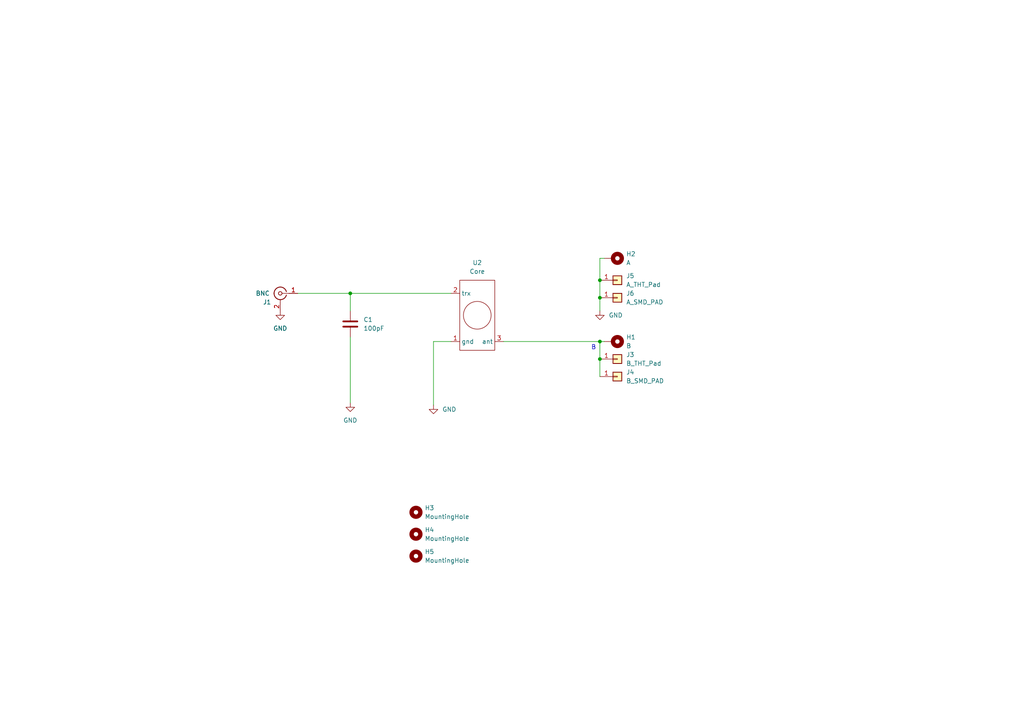
<source format=kicad_sch>
(kicad_sch (version 20211123) (generator eeschema)
  (paper "A4")
  (lib_symbols
    (symbol "Connector:Conn_Coaxial" (pin_names (offset 1.016) hide)
      (property "Reference" "J" (at 0.254 3.048 0))
      (property "Value" "Conn_Coaxial" (at 2.921 0 90))
      (symbol "Conn_Coaxial_0_1"
        (arc (start -1.778 -0.508) (mid 0.222 -1.808) (end 1.778 0) (stroke (width 0.254)))
        (polyline (pts (xy -2.54 0) (xy -0.508 0)))
        (polyline (pts (xy 0 -2.54) (xy 0 -1.778)))
        (circle (center 0 0) (radius 0.508) (stroke (width 0.2032)))
        (arc (start 1.778 0) (mid 0.222 1.8083) (end -1.778 0.508) (stroke (width 0.254)))
      )
      (symbol "Conn_Coaxial_1_1"
        (pin passive line (at -5.08 0 0) (length 2.54) (name "In") (number "1"))
        (pin passive line (at 0 -5.08 90) (length 2.54) (name "Ext") (number "2"))
      )
    )
    (symbol "Connector_Generic:Conn_01x01" (pin_names (offset 1.016) hide)
      (property "Reference" "J" (at 0 2.54 0))
      (property "Value" "Conn_01x01" (at 0 -2.54 0))
      (symbol "Conn_01x01_1_1"
        (rectangle (start -1.27 0.127) (end 0 -0.127) (stroke (width 0.1524)))
        (rectangle (start -1.27 1.27) (end 1.27 -1.27) (stroke (width 0.254)) (fill (type background)))
        (pin passive line (at -5.08 0 0) (length 3.81) (name "Pin_1") (number "1"))
      )
    )
    (symbol "Device:C" (pin_numbers hide) (pin_names (offset 0.254))
      (property "Reference" "C" (at 0.635 2.54 0))
      (property "Value" "C" (at 0.635 -2.54 0))
      (symbol "C_0_1"
        (polyline (pts (xy -2.032 -0.762) (xy 2.032 -0.762)) (stroke (width 0.508)))
        (polyline (pts (xy -2.032 0.762) (xy 2.032 0.762)) (stroke (width 0.508)))
      )
      (symbol "C_1_1"
        (pin passive line (at 0 3.81 270) (length 2.794) (name "~") (number "1"))
        (pin passive line (at 0 -3.81 90) (length 2.794) (name "~") (number "2"))
      )
    )
    (symbol "Mechanical:MountingHole" (pin_names (offset 1.016))
      (property "Reference" "H" (at 0 5.08 0))
      (property "Value" "MountingHole" (at 0 3.175 0))
      (symbol "MountingHole_0_1"
        (circle (center 0 0) (radius 1.27) (stroke (width 1.27)))
      )
    )
    (symbol "Mechanical:MountingHole_Pad" (pin_numbers hide) (pin_names (offset 1.016) hide)
      (property "Reference" "H" (at 0 6.35 0))
      (property "Value" "MountingHole_Pad" (at 0 4.445 0))
      (symbol "MountingHole_Pad_0_1"
        (circle (center 0 1.27) (radius 1.27) (stroke (width 1.27)))
      )
      (symbol "MountingHole_Pad_1_1"
        (pin input line (at 0 -2.54 90) (length 2.54) (name "1") (number "1"))
      )
    )
    (symbol "UniBalun:Core"
      (property "Reference" "U" (at 0 0 0))
      (property "Value" "Core" (at -7.62 3.81 0))
      (symbol "Core_0_1"
        (rectangle (start -10.16 5.08) (end 10.16 -5.08))
        (circle (center 0 0) (radius 4.0161))
      )
      (symbol "Core_1_1"
        (pin input line (at 7.62 -7.62 90) (length 2.54) (name "gnd") (number "1"))
        (pin input line (at -6.35 -7.62 90) (length 2.54) (name "trx") (number "2"))
        (pin output line (at 7.62 7.62 270) (length 2.54) (name "ant") (number "3"))
      )
    )
    (symbol "power:GND" (power) (pin_names (offset 0))
      (property "Value" "GND" (at 0 -3.81 0))
      (symbol "GND_0_1"
        (polyline (pts (xy 0 0) (xy 0 -1.27) (xy 1.27 -1.27) (xy 0 -2.54) (xy -1.27 -1.27) (xy 0 -1.27)))
      )
      (symbol "GND_1_1"
        (pin power_in line (at 0 0 270) (length 0) hide (name "GND") (number "1"))
      )
    )
  )
  (junction (at 173.99 99.06))
  (junction (at 173.99 86.36))
  (junction (at 173.99 81.28))
  (junction (at 173.99 104.14))
  (junction (at 101.6 85.09))
  (wire (pts (xy 86.36 85.09) (xy 101.6 85.09)))
  (wire (pts (xy 146.05 99.06) (xy 173.99 99.06)))
  (wire (pts (xy 173.99 74.93) (xy 175.26 74.93)))
  (wire (pts (xy 125.73 99.06) (xy 130.81 99.06)))
  (wire (pts (xy 101.6 85.09) (xy 130.81 85.09)))
  (wire (pts (xy 173.99 86.36) (xy 173.99 90.17)))
  (wire (pts (xy 101.6 97.79) (xy 101.6 116.84)))
  (wire (pts (xy 173.99 74.93) (xy 173.99 81.28)))
  (wire (pts (xy 101.6 85.09) (xy 101.6 90.17)))
  (wire (pts (xy 125.73 99.06) (xy 125.73 117.475)))
  (wire (pts (xy 173.99 104.14) (xy 173.99 109.22)))
  (wire (pts (xy 173.99 81.28) (xy 173.99 86.36)))
  (wire (pts (xy 173.99 99.06) (xy 175.26 99.06)))
  (wire (pts (xy 173.99 99.06) (xy 173.99 104.14)))
  (text "B\n" (at 171.45 101.6 0) (effects (font (size 1.27 1.27)) (justify left bottom)))
  (symbol (lib_id "power:GND") (at 81.28 90.17 0) (unit 1)
    (property "Reference" "#PWR0102" (effects hide))
    (property "Value" "GND" (at 81.28 95.25 0))
  )
  (symbol (lib_id "Mechanical:MountingHole_Pad") (at 177.8 74.93 270) (unit 1)
    (property "Reference" "H2" (at 181.61 73.6599 90) (effects (justify left)))
    (property "Value" "A" (at 181.61 76.1999 90) (effects (justify left)))
    (property "Footprint" "MountingHole:MountingHole_3.2mm_M3_Pad" (effects hide))
  )
  (symbol (lib_id "UniBalun:Core") (at 138.43 91.44 270) (unit 1)
    (property "Reference" "U2" (at 138.43 76.2 90))
    (property "Value" "Core" (at 138.43 78.74 90))
    (property "Footprint" "UniBalunLibrary:FT82_Balun" (effects hide))
  )
  (symbol (lib_id "Mechanical:MountingHole_Pad") (at 177.8 99.06 270) (unit 1)
    (property "Reference" "H1" (at 181.61 97.7899 90) (effects (justify left)))
    (property "Value" "B" (at 181.61 100.3299 90) (effects (justify left)))
    (property "Footprint" "MountingHole:MountingHole_3.2mm_M3_Pad" (effects hide))
  )
  (symbol (lib_id "power:GND") (at 101.6 116.84 0) (unit 1)
    (property "Reference" "#PWR0103" (effects hide))
    (property "Value" "GND" (at 101.6 121.92 0))
  )
  (symbol (lib_id "Connector_Generic:Conn_01x01") (at 179.07 86.36 0) (unit 1)
    (property "Reference" "J6" (at 181.61 85.0899 0) (effects (justify left)))
    (property "Value" "A_SMD_PAD" (at 181.61 87.6299 0) (effects (justify left)))
    (property "Footprint" "UniBalunLibrary:4mmJack" (effects hide))
  )
  (symbol (lib_id "power:GND") (at 125.73 117.475 0) (unit 1)
    (property "Reference" "#PWR0105" (effects hide))
    (property "Value" "GND" (at 128.27 118.7449 0) (effects (justify left)))
  )
  (symbol (lib_id "Mechanical:MountingHole") (at 120.65 161.29 0) (unit 1)
    (property "Reference" "H5" (at 123.19 160.0199 0) (effects (justify left)))
    (property "Value" "MountingHole" (at 123.19 162.5599 0) (effects (justify left)))
    (property "Footprint" "MountingHole:MountingHole_4.5mm" (effects hide))
  )
  (symbol (lib_id "Connector:Conn_Coaxial") (at 81.28 85.09 0) (mirror y) (unit 1)
    (property "Reference" "J1" (at 77.47 87.63 0))
    (property "Value" "BNC" (at 76.2 85.09 0))
    (property "Footprint" "UniBalunLibrary:Elecbee_BNC" (effects hide))
    (property "Datasheet" " ~" (effects hide))
  )
  (symbol (lib_id "Device:C") (at 101.6 93.98 0) (unit 1)
    (property "Reference" "C1" (at 105.41 92.7099 0) (effects (justify left)))
    (property "Value" "100pF" (at 105.41 95.2499 0) (effects (justify left)))
    (property "Footprint" "UniBalunLibrary:THT_cap" (effects hide))
  )
  (symbol (lib_id "Connector_Generic:Conn_01x01") (at 179.07 104.14 0) (unit 1)
    (property "Reference" "J3" (at 181.61 102.8699 0) (effects (justify left)))
    (property "Value" "B_THT_Pad" (at 181.61 105.4099 0) (effects (justify left)))
    (property "Footprint" "Connector_Wire:SolderWire-1.5sqmm_1x01_D1.7mm_OD3.9mm" (effects hide))
  )
  (symbol (lib_id "Connector_Generic:Conn_01x01") (at 179.07 109.22 0) (unit 1)
    (property "Reference" "J4" (at 181.61 107.9499 0) (effects (justify left)))
    (property "Value" "B_SMD_PAD" (at 181.61 110.4899 0) (effects (justify left)))
    (property "Footprint" "UniBalunLibrary:4mmJack" (effects hide))
  )
  (symbol (lib_id "Mechanical:MountingHole") (at 120.65 148.59 0) (unit 1)
    (property "Reference" "H3" (at 123.19 147.3199 0) (effects (justify left)))
    (property "Value" "MountingHole" (at 123.19 149.8599 0) (effects (justify left)))
    (property "Footprint" "MountingHole:MountingHole_2.1mm" (effects hide))
  )
  (symbol (lib_id "power:GND") (at 173.99 90.17 0) (unit 1)
    (property "Reference" "#PWR0104" (effects hide))
    (property "Value" "GND" (at 176.53 91.4399 0) (effects (justify left)))
  )
  (symbol (lib_id "Connector_Generic:Conn_01x01") (at 179.07 81.28 0) (unit 1)
    (property "Reference" "J5" (at 181.61 80.0099 0) (effects (justify left)))
    (property "Value" "A_THT_Pad" (at 181.61 82.5499 0) (effects (justify left)))
    (property "Footprint" "Connector_Wire:SolderWire-1.5sqmm_1x01_D1.7mm_OD3.9mm" (effects hide))
  )
  (symbol (lib_id "Mechanical:MountingHole") (at 120.65 154.94 0) (unit 1)
    (property "Reference" "H4" (at 123.19 153.6699 0) (effects (justify left)))
    (property "Value" "MountingHole" (at 123.19 156.2099 0) (effects (justify left)))
    (property "Footprint" "MountingHole:MountingHole_2.1mm" (effects hide))
  )
)
</source>
